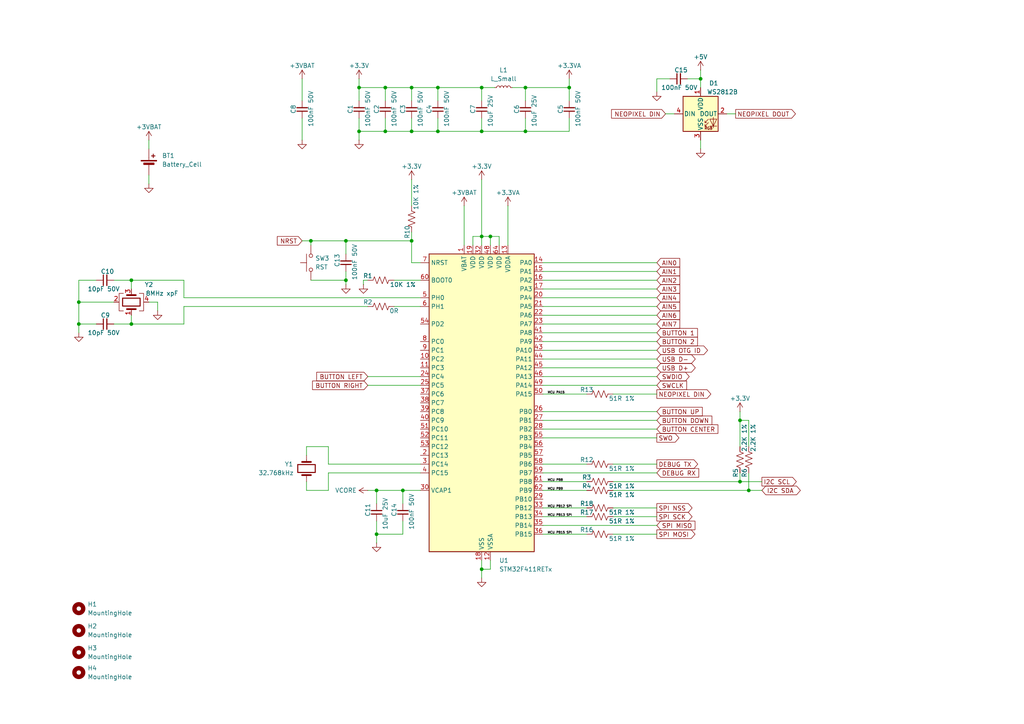
<source format=kicad_sch>
(kicad_sch (version 20231120) (generator "eeschema") (generator_version "8.0")
  (paper "A4")
  (title_block (title "STM32 EXPLORER BOARD") (date "2024-04-26") (rev "00") (company "Mechatronix Lab") (comment 1 "Eng. André A. M. Araújo"))
  (junction (at 111.76 25.4))
  (junction (at 214.63 139.7))
  (junction (at 127 38.1))
  (junction (at 119.38 38.1))
  (junction (at 119.38 69.85))
  (junction (at 349.25 104.14))
  (junction (at 22.86 93.98))
  (junction (at 203.2 22.86))
  (junction (at 100.33 69.85))
  (junction (at 100.33 81.28))
  (junction (at 139.7 165.1))
  (junction (at 22.86 295.91))
  (junction (at 139.7 68.58))
  (junction (at 152.4 25.4))
  (junction (at 104.14 38.1))
  (junction (at 90.17 69.85))
  (junction (at 139.7 25.4))
  (junction (at 152.4 38.1))
  (junction (at 138.43 233.68))
  (junction (at 111.76 38.1))
  (junction (at 391.16 71.12))
  (junction (at 391.16 73.66))
  (junction (at 119.38 25.4))
  (junction (at 355.6 72.39))
  (junction (at 38.1 81.28))
  (junction (at 109.22 154.94))
  (junction (at 381 50.8))
  (junction (at 214.63 121.92))
  (junction (at 165.1 25.4))
  (junction (at 109.22 142.24))
  (junction (at 142.24 68.58))
  (junction (at 33.02 285.75))
  (junction (at 372.11 111.76))
  (junction (at 161.29 233.68))
  (junction (at 127 25.4))
  (junction (at 22.86 87.63))
  (junction (at 217.17 142.24))
  (junction (at 139.7 38.1))
  (junction (at 38.1 93.98))
  (junction (at 359.41 111.76))
  (junction (at 104.14 25.4))
  (junction (at 359.41 104.14))
  (junction (at 116.84 142.24))
  (wire (pts (xy 391.16 68.58) (xy 391.16 71.12)))
  (wire (pts (xy 359.41 101.6) (xy 359.41 104.14)))
  (wire (pts (xy 139.7 68.58) (xy 139.7 71.12)))
  (wire (pts (xy 314.96 292.1) (xy 314.96 243.84)))
  (wire (pts (xy 104.14 34.29) (xy 104.14 38.1)))
  (wire (pts (xy 139.7 165.1) (xy 142.24 165.1)))
  (wire (pts (xy 138.43 233.68) (xy 140.97 233.68)))
  (wire (pts (xy 177.8 154.94) (xy 190.5 154.94)))
  (wire (pts (xy 321.31 130.81) (xy 361.95 130.81)))
  (wire (pts (xy 217.17 142.24) (xy 220.98 142.24)))
  (wire (pts (xy 199.39 22.86) (xy 203.2 22.86)))
  (wire (pts (xy 95.25 137.16) (xy 121.92 137.16)))
  (wire (pts (xy 109.22 142.24) (xy 116.84 142.24)))
  (wire (pts (xy -2.54 250.19) (xy -16.51 250.19)))
  (wire (pts (xy 139.7 68.58) (xy 142.24 68.58)))
  (wire (pts (xy 116.84 142.24) (xy 121.92 142.24)))
  (wire (pts (xy 190.5 86.36) (xy 157.48 86.36)))
  (wire (pts (xy 45.72 87.63) (xy 45.72 90.17)))
  (wire (pts (xy 349.25 104.14) (xy 359.41 104.14)))
  (wire (pts (xy 105.41 82.55) (xy 105.41 81.28)))
  (wire (pts (xy -2.54 247.65) (xy -16.51 247.65)))
  (wire (pts (xy 88.9 139.7) (xy 88.9 142.24)))
  (wire (pts (xy 138.43 231.14) (xy 138.43 233.68)))
  (wire (pts (xy 370.84 55.88) (xy 383.54 55.88)))
  (wire (pts (xy 161.29 246.38) (xy 161.29 248.92)))
  (wire (pts (xy -2.54 255.27) (xy -16.51 255.27)))
  (wire (pts (xy 139.7 34.29) (xy 139.7 38.1)))
  (wire (pts (xy 353.06 85.09) (xy 365.76 85.09)))
  (wire (pts (xy 116.84 151.13) (xy 116.84 154.94)))
  (wire (pts (xy 293.37 259.08) (xy 317.5 259.08)))
  (wire (pts (xy 142.24 162.56) (xy 142.24 165.1)))
  (wire (pts (xy 190.5 88.9) (xy 157.48 88.9)))
  (wire (pts (xy 393.7 68.58) (xy 391.16 68.58)))
  (wire (pts (xy -13.97 237.49) (xy -13.97 285.75)))
  (wire (pts (xy 383.54 85.09) (xy 383.54 73.66)))
  (wire (pts (xy 38.1 93.98) (xy 53.34 93.98)))
  (wire (pts (xy 157.48 139.7) (xy 170.18 139.7)))
  (wire (pts (xy 355.6 50.8) (xy 355.6 72.39)))
  (wire (pts (xy 383.54 71.12) (xy 391.16 71.12)))
  (wire (pts (xy 190.5 91.44) (xy 157.48 91.44)))
  (wire (pts (xy 38.1 93.98) (xy 38.1 91.44)))
  (wire (pts (xy 152.4 38.1) (xy 165.1 38.1)))
  (wire (pts (xy 22.86 93.98) (xy 22.86 96.52)))
  (wire (pts (xy 119.38 52.07) (xy 119.38 59.69)))
  (wire (pts (xy 109.22 142.24) (xy 109.22 146.05)))
  (wire (pts (xy 307.34 254) (xy 317.5 254)))
  (wire (pts (xy 361.95 143.51) (xy 346.71 143.51)))
  (wire (pts (xy 321.31 128.27) (xy 361.95 128.27)))
  (wire (pts (xy 165.1 25.4) (xy 165.1 29.21)))
  (wire (pts (xy 22.86 93.98) (xy 27.94 93.98)))
  (wire (pts (xy 104.14 25.4) (xy 111.76 25.4)))
  (wire (pts (xy 365.76 50.8) (xy 355.6 50.8)))
  (wire (pts (xy 22.86 295.91) (xy 33.02 295.91)))
  (wire (pts (xy 114.3 81.28) (xy 121.92 81.28)))
  (wire (pts (xy 119.38 38.1) (xy 127 38.1)))
  (wire (pts (xy 127 34.29) (xy 127 38.1)))
  (wire (pts (xy 203.2 22.86) (xy 203.2 25.4)))
  (wire (pts (xy 393.7 55.88) (xy 391.16 55.88)))
  (wire (pts (xy 116.84 142.24) (xy 116.84 146.05)))
  (wire (pts (xy 349.25 115.57) (xy 349.25 104.14)))
  (wire (pts (xy 314.96 238.76) (xy 314.96 241.3)))
  (wire (pts (xy 127 38.1) (xy 139.7 38.1)))
  (wire (pts (xy 381 50.8) (xy 381 72.39)))
  (wire (pts (xy 391.16 53.34) (xy 391.16 55.88)))
  (wire (pts (xy 177.8 147.32) (xy 190.5 147.32)))
  (wire (pts (xy 138.43 233.68) (xy 138.43 236.22)))
  (wire (pts (xy 368.3 111.76) (xy 372.11 111.76)))
  (wire (pts (xy 307.34 246.38) (xy 317.5 246.38)))
  (wire (pts (xy 214.63 139.7) (xy 220.98 139.7)))
  (wire (pts (xy 372.11 104.14) (xy 372.11 111.76)))
  (wire (pts (xy 346.71 104.14) (xy 349.25 104.14)))
  (wire (pts (xy 114.3 88.9) (xy 121.92 88.9)))
  (wire (pts (xy 391.16 71.12) (xy 393.7 71.12)))
  (wire (pts (xy 53.34 86.36) (xy 121.92 86.36)))
  (wire (pts (xy 372.11 111.76) (xy 372.11 114.3)))
  (wire (pts (xy 33.02 93.98) (xy 38.1 93.98)))
  (wire (pts (xy 87.63 22.86) (xy 87.63 29.21)))
  (wire (pts (xy 157.48 104.14) (xy 190.5 104.14)))
  (wire (pts (xy 354.33 212.09) (xy 354.33 214.63)))
  (wire (pts (xy 106.68 109.22) (xy 121.92 109.22)))
  (wire (pts (xy 359.41 138.43) (xy 359.41 149.86)))
  (wire (pts (xy 152.4 29.21) (xy 152.4 25.4)))
  (wire (pts (xy 214.63 121.92) (xy 217.17 121.92)))
  (wire (pts (xy 111.76 34.29) (xy 111.76 38.1)))
  (wire (pts (xy 210.82 33.02) (xy 213.36 33.02)))
  (wire (pts (xy 157.48 99.06) (xy 190.5 99.06)))
  (wire (pts (xy 144.78 71.12) (xy 144.78 68.58)))
  (wire (pts (xy 106.68 111.76) (xy 121.92 111.76)))
  (wire (pts (xy 119.38 69.85) (xy 119.38 76.2)))
  (wire (pts (xy 121.92 76.2) (xy 119.38 76.2)))
  (wire (pts (xy 34.29 -31.75) (xy 34.29 -34.29)))
  (wire (pts (xy 127 29.21) (xy 127 25.4)))
  (wire (pts (xy 383.54 73.66) (xy 391.16 73.66)))
  (wire (pts (xy 152.4 34.29) (xy 152.4 38.1)))
  (wire (pts (xy 63.5 246.38) (xy 73.66 246.38)))
  (wire (pts (xy 22.86 295.91) (xy 22.86 298.45)))
  (wire (pts (xy 190.5 22.86) (xy 194.31 22.86)))
  (wire (pts (xy -16.51 237.49) (xy -13.97 237.49)))
  (wire (pts (xy 368.3 104.14) (xy 372.11 104.14)))
  (wire (pts (xy 22.86 293.37) (xy 22.86 295.91)))
  (wire (pts (xy 214.63 137.16) (xy 214.63 139.7)))
  (wire (pts (xy 345.44 213.36) (xy 345.44 212.09)))
  (wire (pts (xy 90.17 81.28) (xy 100.33 81.28)))
  (wire (pts (xy 317.5 241.3) (xy 314.96 241.3)))
  (wire (pts (xy 139.7 38.1) (xy 152.4 38.1)))
  (wire (pts (xy 148.59 25.4) (xy 152.4 25.4)))
  (wire (pts (xy 370.84 62.23) (xy 370.84 55.88)))
  (wire (pts (xy 43.18 50.8) (xy 43.18 53.34)))
  (wire (pts (xy 370.84 82.55) (xy 370.84 85.09)))
  (wire (pts (xy 346.71 123.19) (xy 346.71 143.51)))
  (wire (pts (xy 119.38 34.29) (xy 119.38 38.1)))
  (wire (pts (xy 346.71 69.85) (xy 353.06 69.85)))
  (wire (pts (xy 157.48 137.16) (xy 190.5 137.16)))
  (wire (pts (xy 157.48 147.32) (xy 170.18 147.32)))
  (wire (pts (xy 53.34 254) (xy 53.34 256.54)))
  (wire (pts (xy 157.48 134.62) (xy 170.18 134.62)))
  (wire (pts (xy 217.17 129.54) (xy 217.17 121.92)))
  (wire (pts (xy 381 72.39) (xy 378.46 72.39)))
  (wire (pts (xy 193.04 33.02) (xy 195.58 33.02)))
  (wire (pts (xy 359.41 209.55) (xy 359.41 214.63)))
  (wire (pts (xy 359.41 104.14) (xy 359.41 111.76)))
  (wire (pts (xy 214.63 121.92) (xy 214.63 129.54)))
  (wire (pts (xy 293.37 254) (xy 299.72 254)))
  (wire (pts (xy 111.76 25.4) (xy 119.38 25.4)))
  (wire (pts (xy 328.93 69.85) (xy 336.55 69.85)))
  (wire (pts (xy 157.48 142.24) (xy 170.18 142.24)))
  (wire (pts (xy 104.14 38.1) (xy 104.14 40.64)))
  (wire (pts (xy 361.95 212.09) (xy 361.95 214.63)))
  (wire (pts (xy 95.25 142.24) (xy 95.25 137.16)))
  (wire (pts (xy 27.94 81.28) (xy 22.86 81.28)))
  (wire (pts (xy 119.38 25.4) (xy 127 25.4)))
  (wire (pts (xy 293.37 251.46) (xy 299.72 251.46)))
  (wire (pts (xy 217.17 137.16) (xy 217.17 142.24)))
  (wire (pts (xy 111.76 25.4) (xy 111.76 29.21)))
  (wire (pts (xy 100.33 78.74) (xy 100.33 81.28)))
  (wire (pts (xy 147.32 59.69) (xy 147.32 71.12)))
  (wire (pts (xy 353.06 55.88) (xy 365.76 55.88)))
  (wire (pts (xy 359.41 104.14) (xy 363.22 104.14)))
  (wire (pts (xy 161.29 231.14) (xy 161.29 233.68)))
  (wire (pts (xy 139.7 68.58) (xy 137.16 68.58)))
  (wire (pts (xy 190.5 119.38) (xy 157.48 119.38)))
  (wire (pts (xy 134.62 59.69) (xy 134.62 71.12)))
  (wire (pts (xy 190.5 121.92) (xy 157.48 121.92)))
  (wire (pts (xy 38.1 81.28) (xy 38.1 83.82)))
  (wire (pts (xy 138.43 246.38) (xy 138.43 248.92)))
  (wire (pts (xy 157.48 101.6) (xy 190.5 101.6)))
  (wire (pts (xy 190.5 26.67) (xy 190.5 22.86)))
  (wire (pts (xy 393.7 76.2) (xy 391.16 76.2)))
  (wire (pts (xy 22.86 81.28) (xy 22.86 87.63)))
  (wire (pts (xy 331.47 140.97) (xy 361.95 140.97)))
  (wire (pts (xy 157.48 111.76) (xy 190.5 111.76)))
  (wire (pts (xy 177.8 134.62) (xy 190.5 134.62)))
  (wire (pts (xy 365.76 82.55) (xy 365.76 85.09)))
  (wire (pts (xy 165.1 34.29) (xy 165.1 38.1)))
  (wire (pts (xy 43.18 87.63) (xy 45.72 87.63)))
  (wire (pts (xy 139.7 162.56) (xy 139.7 165.1)))
  (wire (pts (xy 384.81 209.55) (xy 359.41 209.55)))
  (wire (pts (xy 177.8 114.3) (xy 190.5 114.3)))
  (wire (pts (xy 100.33 81.28) (xy 100.33 82.55)))
  (wire (pts (xy 104.14 38.1) (xy 111.76 38.1)))
  (wire (pts (xy 157.48 149.86) (xy 170.18 149.86)))
  (wire (pts (xy 314.96 243.84) (xy 317.5 243.84)))
  (wire (pts (xy 157.48 127) (xy 190.5 127)))
  (wire (pts (xy 31.75 -26.67) (xy 34.29 -26.67)))
  (wire (pts (xy 321.31 140.97) (xy 323.85 140.97)))
  (wire (pts (xy 100.33 69.85) (xy 119.38 69.85)))
  (wire (pts (xy 370.84 50.8) (xy 381 50.8)))
  (wire (pts (xy 190.5 78.74) (xy 157.48 78.74)))
  (wire (pts (xy 90.17 69.85) (xy 100.33 69.85)))
  (wire (pts (xy 328.93 74.93) (xy 336.55 74.93)))
  (wire (pts (xy 157.48 154.94) (xy 170.18 154.94)))
  (wire (pts (xy 391.16 73.66) (xy 393.7 73.66)))
  (wire (pts (xy 349.25 123.19) (xy 349.25 125.73)))
  (wire (pts (xy 353.06 69.85) (xy 353.06 55.88)))
  (wire (pts (xy 190.5 124.46) (xy 157.48 124.46)))
  (wire (pts (xy 88.9 129.54) (xy 88.9 132.08)))
  (wire (pts (xy -2.54 257.81) (xy -16.51 257.81)))
  (wire (pts (xy 157.48 152.4) (xy 190.5 152.4)))
  (wire (pts (xy 370.84 85.09) (xy 383.54 85.09)))
  (wire (pts (xy 109.22 154.94) (xy 116.84 154.94)))
  (wire (pts (xy 33.02 283.21) (xy 33.02 285.75)))
  (wire (pts (xy 177.8 142.24) (xy 217.17 142.24)))
  (wire (pts (xy 161.29 215.9) (xy 161.29 223.52)))
  (wire (pts (xy 53.34 81.28) (xy 53.34 86.36)))
  (wire (pts (xy 33.02 285.75) (xy 33.02 288.29)))
  (wire (pts (xy 119.38 67.31) (xy 119.38 69.85)))
  (wire (pts (xy 105.41 81.28) (xy 106.68 81.28)))
  (wire (pts (xy 22.86 87.63) (xy 33.02 87.63)))
  (wire (pts (xy 190.5 81.28) (xy 157.48 81.28)))
  (wire (pts (xy 142.24 71.12) (xy 142.24 68.58)))
  (wire (pts (xy 33.02 293.37) (xy 33.02 295.91)))
  (wire (pts (xy 104.14 25.4) (xy 104.14 29.21)))
  (wire (pts (xy 31.75 -31.75) (xy 34.29 -31.75)))
  (wire (pts (xy 119.38 25.4) (xy 119.38 29.21)))
  (wire (pts (xy 293.37 264.16) (xy 317.5 264.16)))
  (wire (pts (xy 137.16 68.58) (xy 137.16 71.12)))
  (wire (pts (xy 408.94 93.98) (xy 408.94 96.52)))
  (wire (pts (xy 177.8 149.86) (xy 190.5 149.86)))
  (wire (pts (xy 307.34 251.46) (xy 317.5 251.46)))
  (wire (pts (xy 139.7 52.07) (xy 139.7 68.58)))
  (wire (pts (xy 161.29 233.68) (xy 163.83 233.68)))
  (wire (pts (xy 30.48 285.75) (xy 33.02 285.75)))
  (wire (pts (xy 346.71 115.57) (xy 346.71 104.14)))
  (wire (pts (xy 359.41 111.76) (xy 359.41 133.35)))
  (wire (pts (xy 391.16 73.66) (xy 391.16 76.2)))
  (wire (pts (xy 22.86 87.63) (xy 22.86 93.98)))
  (wire (pts (xy 138.43 215.9) (xy 138.43 223.52)))
  (wire (pts (xy 293.37 256.54) (xy 317.5 256.54)))
  (wire (pts (xy 63.5 243.84) (xy 73.66 243.84)))
  (wire (pts (xy 157.48 109.22) (xy 190.5 109.22)))
  (wire (pts (xy 139.7 25.4) (xy 143.51 25.4)))
  (wire (pts (xy 190.5 93.98) (xy 157.48 93.98)))
  (wire (pts (xy 142.24 68.58) (xy 144.78 68.58)))
  (wire (pts (xy 349.25 125.73) (xy 361.95 125.73)))
  (wire (pts (xy 293.37 261.62) (xy 317.5 261.62)))
  (wire (pts (xy 307.34 248.92) (xy 317.5 248.92)))
  (wire (pts (xy 109.22 154.94) (xy 109.22 157.48)))
  (wire (pts (xy 88.9 129.54) (xy 95.25 129.54)))
  (wire (pts (xy 346.71 74.93) (xy 353.06 74.93)))
  (wire (pts (xy 381 46.99) (xy 381 50.8)))
  (wire (pts (xy 165.1 25.4) (xy 165.1 22.86)))
  (wire (pts (xy -2.54 252.73) (xy -16.51 252.73)))
  (wire (pts (xy 361.95 133.35) (xy 359.41 133.35)))
  (wire (pts (xy 95.25 134.62) (xy 121.92 134.62)))
  (wire (pts (xy 365.76 55.88) (xy 365.76 62.23)))
  (wire (pts (xy 356.87 207.01) (xy 356.87 214.63)))
  (wire (pts (xy 157.48 106.68) (xy 190.5 106.68)))
  (wire (pts (xy -2.54 242.57) (xy -16.51 242.57)))
  (wire (pts (xy 53.34 88.9) (xy 106.68 88.9)))
  (wire (pts (xy 203.2 40.64) (xy 203.2 43.18)))
  (wire (pts (xy 355.6 80.01) (xy 355.6 72.39)))
  (wire (pts (xy 43.18 40.64) (xy 43.18 43.18)))
  (wire (pts (xy 109.22 151.13) (xy 109.22 154.94)))
  (wire (pts (xy 53.34 228.6) (xy 53.34 231.14)))
  (wire (pts (xy 293.37 248.92) (xy 299.72 248.92)))
  (wire (pts (xy 127 25.4) (xy 139.7 25.4)))
  (wire (pts (xy 34.29 -26.67) (xy 34.29 -24.13)))
  (wire (pts (xy 100.33 69.85) (xy 100.33 73.66)))
  (wire (pts (xy 152.4 25.4) (xy 165.1 25.4)))
  (wire (pts (xy 355.6 72.39) (xy 358.14 72.39)))
  (wire (pts (xy 321.31 135.89) (xy 361.95 135.89)))
  (wire (pts (xy 384.81 212.09) (xy 361.95 212.09)))
  (wire (pts (xy 361.95 138.43) (xy 359.41 138.43)))
  (wire (pts (xy 95.25 129.54) (xy 95.25 134.62)))
  (wire (pts (xy 111.76 38.1) (xy 119.38 38.1)))
  (wire (pts (xy 87.63 69.85) (xy 90.17 69.85)))
  (wire (pts (xy 177.8 139.7) (xy 214.63 139.7)))
  (wire (pts (xy 190.5 76.2) (xy 157.48 76.2)))
  (wire (pts (xy 161.29 233.68) (xy 161.29 236.22)))
  (wire (pts (xy -2.54 240.03) (xy -16.51 240.03)))
  (wire (pts (xy 190.5 83.82) (xy 157.48 83.82)))
  (wire (pts (xy 90.17 69.85) (xy 90.17 71.12)))
  (wire (pts (xy 139.7 165.1) (xy 139.7 167.64)))
  (wire (pts (xy 157.48 114.3) (xy 170.18 114.3)))
  (wire (pts (xy 383.54 55.88) (xy 383.54 71.12)))
  (wire (pts (xy 33.02 81.28) (xy 38.1 81.28)))
  (wire (pts (xy 359.41 111.76) (xy 363.22 111.76)))
  (wire (pts (xy 87.63 34.29) (xy 87.63 40.64)))
  (wire (pts (xy 106.68 142.24) (xy 109.22 142.24)))
  (wire (pts (xy 139.7 29.21) (xy 139.7 25.4)))
  (wire (pts (xy 38.1 81.28) (xy 53.34 81.28)))
  (wire (pts (xy 293.37 246.38) (xy 299.72 246.38)))
  (wire (pts (xy 203.2 20.32) (xy 203.2 22.86)))
  (wire (pts (xy 345.44 212.09) (xy 354.33 212.09)))
  (wire (pts (xy 157.48 96.52) (xy 190.5 96.52)))
  (wire (pts (xy 88.9 142.24) (xy 95.25 142.24)))
  (wire (pts (xy 53.34 88.9) (xy 53.34 93.98)))
  (wire (pts (xy 353.06 74.93) (xy 353.06 85.09)))
  (wire (pts (xy 104.14 22.86) (xy 104.14 25.4)))
  (wire (pts (xy -2.54 245.11) (xy -16.51 245.11)))
  (wire (pts (xy 214.63 119.38) (xy 214.63 121.92)))
  (text "BUCK-BOOST TI TPS63070 https://www.ti.com/lit/ds/symlink/tps63070.pdf?ts=1715008161102\n4-WAY SWITCH https://jlcpcb.com/partdetail/ShouHan-7_7_5_6P_LWX/C2858287" (at 129.54 -8.89 0) (effects (font (size 1.27 1.27))))
  (label "MCU PB15 SPI" (at 158.75 154.94 0) (effects (font (size 0.635 0.635))))
  (label "SD DAT2 SPI" (at 351.79 125.73 0) (effects (font (size 0.635 0.635))))
  (label "SD DAT0 SPI" (at 351.79 140.97 0) (effects (font (size 0.635 0.635))))
  (label "SD DAT1 SPI" (at 351.79 143.51 0) (effects (font (size 0.635 0.635))))
  (label "MCU PB9" (at 158.75 142.24 0) (effects (font (size 0.635 0.635))))
  (label "MCU PB13 SPI" (at 158.75 149.86 0) (effects (font (size 0.635 0.635))))
  (label "MCU PA15" (at 158.75 114.3 0) (effects (font (size 0.635 0.635))))
  (label "MCU PB8" (at 158.75 139.7 0) (effects (font (size 0.635 0.635))))
  (label "MCU PB12 SPI" (at 158.75 147.32 0) (effects (font (size 0.635 0.635))))
  (global_label "NEOPIXEL DOUT" (shape input) (at 245.11 -15.24 180) (property "Intersheetrefs" "${INTERSHEET_REFS}" (effects (hide yes))))
  (global_label "SPI SCK" (shape output) (at 190.5 149.86 0) (property "Intersheetrefs" "${INTERSHEET_REFS}" (effects (hide yes))))
  (global_label "NEOPIXEL DOUT" (shape output) (at 213.36 33.02 0) (property "Intersheetrefs" "${INTERSHEET_REFS}" (effects (hide yes))))
  (global_label "DEBUG RX" (shape output) (at 293.37 259.08 180) (property "Intersheetrefs" "${INTERSHEET_REFS}" (effects (hide yes))))
  (global_label "DEBUG TX" (shape output) (at 190.5 134.62 0) (property "Intersheetrefs" "${INTERSHEET_REFS}" (effects (hide yes))))
  (global_label "SWO" (shape input) (at 293.37 251.46 180) (property "Intersheetrefs" "${INTERSHEET_REFS}" (effects (hide yes))))
  (global_label "AIN1" (shape input) (at 190.5 78.74 0) (property "Intersheetrefs" "${INTERSHEET_REFS}" (effects (hide yes))))
  (global_label "I2C SDA" (shape bidirectional) (at 293.37 261.62 180) (property "Intersheetrefs" "${INTERSHEET_REFS}" (effects (hide yes))))
  (global_label "AIN3" (shape input) (at 190.5 83.82 0) (property "Intersheetrefs" "${INTERSHEET_REFS}" (effects (hide yes))))
  (global_label "NEOPIXEL DIN" (shape output) (at 190.5 114.3 0) (property "Intersheetrefs" "${INTERSHEET_REFS}" (effects (hide yes))))
  (global_label "BUTTON DOWN" (shape input) (at 190.5 121.92 0) (property "Intersheetrefs" "${INTERSHEET_REFS}" (effects (hide yes))))
  (global_label "SPI MISO" (shape input) (at 190.5 152.4 0) (property "Intersheetrefs" "${INTERSHEET_REFS}" (effects (hide yes))))
  (global_label "BUTTON LEFT" (shape input) (at 106.68 109.22 180) (property "Intersheetrefs" "${INTERSHEET_REFS}" (effects (hide yes))))
  (global_label "USB D+" (shape bidirectional) (at 328.93 74.93 180) (property "Intersheetrefs" "${INTERSHEET_REFS}" (effects (hide yes))))
  (global_label "BUTTON 1" (shape output) (at 140.97 233.68 0) (property "Intersheetrefs" "${INTERSHEET_REFS}" (effects (hide yes))))
  (global_label "BUTTON DOWN" (shape output) (at 38.1 340.36 0) (property "Intersheetrefs" "${INTERSHEET_REFS}" (effects (hide yes))))
  (global_label "BUTTON 1" (shape input) (at 190.5 96.52 0) (property "Intersheetrefs" "${INTERSHEET_REFS}" (effects (hide yes))))
  (global_label "AIN6" (shape input) (at 190.5 91.44 0) (property "Intersheetrefs" "${INTERSHEET_REFS}" (effects (hide yes))))
  (global_label "NRST" (shape output) (at 293.37 254 180) (property "Intersheetrefs" "${INTERSHEET_REFS}" (effects (hide yes))))
  (global_label "SWDIO" (shape bidirectional) (at 293.37 246.38 180) (property "Intersheetrefs" "${INTERSHEET_REFS}" (effects (hide yes))))
  (global_label "AIN7" (shape output) (at -2.54 257.81 0) (property "Intersheetrefs" "${INTERSHEET_REFS}" (effects (hide yes))))
  (global_label "BUTTON CENTER" (shape input) (at 190.5 124.46 0) (property "Intersheetrefs" "${INTERSHEET_REFS}" (effects (hide yes))))
  (global_label "BUTTON 2" (shape input) (at 190.5 99.06 0) (property "Intersheetrefs" "${INTERSHEET_REFS}" (effects (hide yes))))
  (global_label "I2C SCL" (shape input) (at 384.81 209.55 0) (property "Intersheetrefs" "${INTERSHEET_REFS}" (effects (hide yes))))
  (global_label "AIN4" (shape output) (at -2.54 250.19 0) (property "Intersheetrefs" "${INTERSHEET_REFS}" (effects (hide yes))))
  (global_label "SPI SCK" (shape input) (at 321.31 135.89 180) (property "Intersheetrefs" "${INTERSHEET_REFS}" (effects (hide yes))))
  (global_label "BUTTON RIGHT" (shape input) (at 106.68 111.76 180) (property "Intersheetrefs" "${INTERSHEET_REFS}" (effects (hide yes))))
  (global_label "NRST" (shape input) (at 87.63 69.85 180) (property "Intersheetrefs" "${INTERSHEET_REFS}" (effects (hide yes))))
  (global_label "AIN2" (shape input) (at 190.5 81.28 0) (property "Intersheetrefs" "${INTERSHEET_REFS}" (effects (hide yes))))
  (global_label "SPI NSS" (shape input) (at 321.31 128.27 180) (property "Intersheetrefs" "${INTERSHEET_REFS}" (effects (hide yes))))
  (global_label "USB D-" (shape bidirectional) (at 328.93 69.85 180) (property "Intersheetrefs" "${INTERSHEET_REFS}" (effects (hide yes))))
  (global_label "I2C SDA" (shape bidirectional) (at 73.66 246.38 0) (property "Intersheetrefs" "${INTERSHEET_REFS}" (effects (hide yes))))
  (global_label "SPI MOSI" (shape input) (at 321.31 130.81 180) (property "Intersheetrefs" "${INTERSHEET_REFS}" (effects (hide yes))))
  (global_label "BUTTON UP" (shape output) (at 38.1 337.82 0) (property "Intersheetrefs" "${INTERSHEET_REFS}" (effects (hide yes))))
  (global_label "BUTTON 2" (shape output) (at 163.83 233.68 0) (property "Intersheetrefs" "${INTERSHEET_REFS}" (effects (hide yes))))
  (global_label "AIN7" (shape input) (at 190.5 93.98 0) (property "Intersheetrefs" "${INTERSHEET_REFS}" (effects (hide yes))))
  (global_label "AIN5" (shape input) (at 190.5 88.9 0) (property "Intersheetrefs" "${INTERSHEET_REFS}" (effects (hide yes))))
  (global_label "AIN2" (shape output) (at -2.54 245.11 0) (property "Intersheetrefs" "${INTERSHEET_REFS}" (effects (hide yes))))
  (global_label "SWO" (shape output) (at 190.5 127 0) (property "Intersheetrefs" "${INTERSHEET_REFS}" (effects (hide yes))))
  (global_label "SWCLK" (shape output) (at 293.37 248.92 180) (property "Intersheetrefs" "${INTERSHEET_REFS}" (effects (hide yes))))
  (global_label "I2C SDA" (shape bidirectional) (at 220.98 142.24 0) (property "Intersheetrefs" "${INTERSHEET_REFS}" (effects (hide yes))))
  (global_label "AIN0" (shape output) (at -2.54 240.03 0) (property "Intersheetrefs" "${INTERSHEET_REFS}" (effects (hide yes))))
  (global_label "AIN4" (shape input) (at 190.5 86.36 0) (property "Intersheetrefs" "${INTERSHEET_REFS}" (effects (hide yes))))
  (global_label "SWCLK" (shape input) (at 190.5 111.76 0) (property "Intersheetrefs" "${INTERSHEET_REFS}" (effects (hide yes))))
  (global_label "SPI NSS" (shape output) (at 190.5 147.32 0) (property "Intersheetrefs" "${INTERSHEET_REFS}" (effects (hide yes))))
  (global_label "AIN0" (shape input) (at 190.5 76.2 0) (property "Intersheetrefs" "${INTERSHEET_REFS}" (effects (hide yes))))
  (global_label "DEBUG RX" (shape input) (at 190.5 137.16 0) (property "Intersheetrefs" "${INTERSHEET_REFS}" (effects (hide yes))))
  (global_label "I2C SCL" (shape output) (at 220.98 139.7 0) (property "Intersheetrefs" "${INTERSHEET_REFS}" (effects (hide yes))))
  (global_label "USB OTG ID" (shape bidirectional) (at 190.5 101.6 0) (property "Intersheetrefs" "${INTERSHEET_REFS}" (effects (hide yes))))
  (global_label "AIN1" (shape output) (at -2.54 242.57 0) (property "Intersheetrefs" "${INTERSHEET_REFS}" (effects (hide yes))))
  (global_label "SWDIO" (shape bidirectional) (at 190.5 109.22 0) (property "Intersheetrefs" "${INTERSHEET_REFS}" (effects (hide yes))))
  (global_label "SPI MOSI" (shape output) (at 190.5 154.94 0) (property "Intersheetrefs" "${INTERSHEET_REFS}" (effects (hide yes))))
  (global_label "DEBUG TX" (shape input) (at 293.37 256.54 180) (property "Intersheetrefs" "${INTERSHEET_REFS}" (effects (hide yes))))
  (global_label "USB D-" (shape bidirectional) (at 190.5 104.14 0) (property "Intersheetrefs" "${INTERSHEET_REFS}" (effects (hide yes))))
  (global_label "BUTTON RIGHT" (shape output) (at 38.1 345.44 0) (property "Intersheetrefs" "${INTERSHEET_REFS}" (effects (hide yes))))
  (global_label "NEOPIXEL DIN" (shape input) (at 193.04 33.02 180) (property "Intersheetrefs" "${INTERSHEET_REFS}" (effects (hide yes))))
  (global_label "BUTTON LEFT" (shape output) (at 38.1 342.9 0) (property "Intersheetrefs" "${INTERSHEET_REFS}" (effects (hide yes))))
  (global_label "I2C SCL" (shape input) (at 73.66 243.84 0) (property "Intersheetrefs" "${INTERSHEET_REFS}" (effects (hide yes))))
  (global_label "I2C SCL" (shape input) (at 293.37 264.16 180) (property "Intersheetrefs" "${INTERSHEET_REFS}" (effects (hide yes))))
  (global_label "BUTTON UP" (shape input) (at 190.5 119.38 0) (property "Intersheetrefs" "${INTERSHEET_REFS}" (effects (hide yes))))
  (global_label "AIN5" (shape output) (at -2.54 252.73 0) (property "Intersheetrefs" "${INTERSHEET_REFS}" (effects (hide yes))))
  (global_label "I2C SDA" (shape bidirectional) (at 384.81 212.09 0) (property "Intersheetrefs" "${INTERSHEET_REFS}" (effects (hide yes))))
  (global_label "AIN6" (shape output) (at -2.54 255.27 0) (property "Intersheetrefs" "${INTERSHEET_REFS}" (effects (hide yes))))
  (global_label "AIN3" (shape output) (at -2.54 247.65 0) (property "Intersheetrefs" "${INTERSHEET_REFS}" (effects (hide yes))))
  (global_label "USB D+" (shape bidirectional) (at 190.5 106.68 0) (property "Intersheetrefs" "${INTERSHEET_REFS}" (effects (hide yes))))
  (global_label "BUTTON CENTER" (shape output) (at 38.1 347.98 0) (property "Intersheetrefs" "${INTERSHEET_REFS}" (effects (hide yes))))
  (global_label "SPI MISO" (shape output) (at 321.31 140.97 180) (property "Intersheetrefs" "${INTERSHEET_REFS}" (effects (hide yes))))
  (symbol (lib_id "Mechanical:MountingHole") (at 22.86 176.53 0) (unit 1)
    (property "Reference" "H1" (at 25.4 175.2599 0) (effects (justify left)))
    (property "Value" "MountingHole" (at 25.4 177.7999 0) (effects (justify left)))
    (property "Footprint" "MountingHole:MountingHole_3.2mm_M3" (effects (hide yes)))
    (property "Description" "Mounting Hole without connection" (effects (hide yes)))
  )
  (symbol (lib_id "power:GND") (at 359.41 149.86 0) (unit 1)
    (property "Reference" "#PWR038" (effects (hide yes)))
    (property "Value" "GND" (effects (hide yes)))
    (property "Description" "Power symbol creates a global label with name \"GND\" , ground" (effects (hide yes)))
  )
  (symbol (lib_id "power:GND") (at 87.63 40.64 0) (unit 1)
    (property "Reference" "#PWR011" (effects (hide yes)))
    (property "Value" "GND" (effects (hide yes)))
    (property "Description" "Power symbol creates a global label with name \"GND\" , ground" (effects (hide yes)))
  )
  (symbol (lib_id "Analog_ADC:ADS1115IDGS") (at 53.34 243.84 0) (unit 1)
    (property "Reference" "U2" (at 55.5341 228.6 0) (effects (justify left)))
    (property "Value" "ADS1115IDGS" (at 55.5341 231.14 0) (effects (justify left)))
    (property "Footprint" "Package_SO:TSSOP-10_3x3mm_P0.5mm" (effects (hide yes)))
    (property "Datasheet" "http://www.ti.com/lit/ds/symlink/ads1113.pdf" (effects (hide yes)))
    (property "Description" "Ultra-Small, Low-Power, I2C-Compatible, 860-SPS, 16-Bit ADCs With Internal Reference, Oscillator, and Programmable Comparator, VSSOP-10" (effects (hide yes)))
  )
  (symbol (lib_id "Device:R_US") (at 303.53 248.92 90) (unit 1)
    (property "Reference" "R8" (at 299.72 247.65 90))
    (property "Value" "51R 1%" (at 309.88 250.19 90))
    (property "Footprint" "Resistor_SMD:R_0603_1608Metric_Pad0.98x0.95mm_HandSolder" (effects (hide yes)))
    (property "Description" "Resistor, US symbol" (effects (hide yes)))
  )
  (symbol (lib_id "power:GND") (at 408.94 96.52 0) (unit 1)
    (property "Reference" "#PWR036" (effects (hide yes)))
    (property "Value" "GND" (effects (hide yes)))
    (property "Description" "Power symbol creates a global label with name \"GND\" , ground" (effects (hide yes)))
  )
  (symbol (lib_id "Device:Battery_Cell") (at 43.18 48.26 0) (unit 1)
    (property "Reference" "BT1" (at 46.99 45.1484 0) (effects (justify left)))
    (property "Value" "Battery_Cell" (at 46.99 47.6884 0) (effects (justify left)))
    (property "Footprint" "Battery:BatteryHolder_Multicomp_BC-2001_1x2032" (effects (hide yes)))
    (property "Description" "Single-cell battery" (effects (hide yes)))
  )
  (symbol (lib_id "Device:R_US") (at 214.63 133.35 180) (unit 1)
    (property "Reference" "R5" (at 213.36 137.16 90))
    (property "Value" "2.2K 1%" (at 215.9 127 90))
    (property "Footprint" "Resistor_SMD:R_0603_1608Metric_Pad0.98x0.95mm_HandSolder" (effects (hide yes)))
    (property "Description" "Resistor, US symbol" (effects (hide yes)))
  )
  (symbol (lib_id "Switch:SW_Push") (at 161.29 241.3 90) (unit 1)
    (property "Reference" "SW2" (at 162.56 240.0299 90) (effects (justify right)))
    (property "Value" "SW_Push" (at 162.56 242.5699 90) (effects (justify right)))
    (property "Footprint" "Button_Switch_SMD:SW_SPST_CK_KXT3" (effects (hide yes)))
    (property "Description" "Push button switch, generic, two pins" (effects (hide yes)))
  )
  (symbol (lib_id "Amplifier_Operational:LM324") (at 110.49 284.48 0) (unit 2)
    (property "Reference" "U3" (at 110.49 274.32 0))
    (property "Value" "LM324" (at 110.49 276.86 0))
    (property "Footprint" "Package_SO:TSSOP-14_4.4x5mm_P0.65mm" (effects (hide yes)))
    (property "Datasheet" "http://www.ti.com/lit/ds/symlink/lm2902-n.pdf" (effects (hide yes)))
    (property "Description" "Low-Power, Quad-Operational Amplifiers, DIP-14/SOIC-14/SSOP-14" (effects (hide yes)))
  )
  (symbol (lib_id "Device:R_US") (at 349.25 119.38 180) (unit 1)
    (property "Reference" "R20" (at 347.98 123.19 90))
    (property "Value" "10K 1%" (at 350.52 113.03 90))
    (property "Footprint" "Resistor_SMD:R_0603_1608Metric_Pad0.98x0.95mm_HandSolder" (effects (hide yes)))
    (property "Description" "Resistor, US symbol" (effects (hide yes)))
  )
  (symbol (lib_id "power:GND") (at 372.11 114.3 0) (unit 1)
    (property "Reference" "#PWR039" (effects (hide yes)))
    (property "Value" "GND" (effects (hide yes)))
    (property "Description" "Power symbol creates a global label with name \"GND\" , ground" (effects (hide yes)))
  )
  (symbol (lib_id "Device:C_Small") (at 165.1 31.75 180) (unit 1)
    (property "Reference" "C5" (at 162.56 33.02 90) (effects (justify right)))
    (property "Value" "100nF 50V" (at 167.64 36.83 90) (effects (justify right)))
    (property "Footprint" "Capacitor_SMD:C_0603_1608Metric_Pad1.08x0.95mm_HandSolder" (effects (hide yes)))
    (property "Description" "Unpolarized capacitor, small symbol" (effects (hide yes)))
  )
  (symbol (lib_id "power:GND") (at 43.18 53.34 0) (unit 1)
    (property "Reference" "#PWR09" (effects (hide yes)))
    (property "Value" "GND" (effects (hide yes)))
    (property "Description" "Power symbol creates a global label with name \"GND\" , ground" (effects (hide yes)))
  )
  (symbol (lib_id "Device:R_US") (at 119.38 63.5 180) (unit 1)
    (property "Reference" "R10" (at 118.11 67.31 90))
    (property "Value" "10K 1%" (at 120.65 57.15 90))
    (property "Footprint" "Resistor_SMD:R_0603_1608Metric_Pad0.98x0.95mm_HandSolder" (effects (hide yes)))
    (property "Description" "Resistor, US symbol" (effects (hide yes)))
  )
  (symbol (lib_id "Device:C_Small") (at 119.38 31.75 180) (unit 1)
    (property "Reference" "C3" (at 116.84 33.02 90) (effects (justify right)))
    (property "Value" "100nF 50V" (at 121.92 36.83 90) (effects (justify right)))
    (property "Footprint" "Capacitor_SMD:C_0603_1608Metric_Pad1.08x0.95mm_HandSolder" (effects (hide yes)))
    (property "Description" "Unpolarized capacitor, small symbol" (effects (hide yes)))
  )
  (symbol (lib_id "Device:R_US") (at 327.66 140.97 90) (unit 1)
    (property "Reference" "R19" (at 323.85 139.7 90))
    (property "Value" "51R 1%" (at 334.01 142.24 90))
    (property "Footprint" "Resistor_SMD:R_0603_1608Metric_Pad0.98x0.95mm_HandSolder" (effects (hide yes)))
    (property "Description" "Resistor, US symbol" (effects (hide yes)))
  )
  (symbol (lib_id "STM32XP:OLED_128x64") (at 358.14 224.79 0) (unit 1)
    (property "Reference" "U6" (at 369.57 223.5199 0) (effects (justify left)))
    (property "Value" "OLED 128x64 1.3\"" (at 369.57 226.0599 0) (effects (justify left)))
    (property "Footprint" "STM32XP:OLED 128x64 1.3in" (effects (hide yes)))
  )
  (symbol (lib_id "Device:R_US") (at 110.49 81.28 90) (unit 1)
    (property "Reference" "R1" (at 106.68 80.01 90))
    (property "Value" "10K 1%" (at 116.84 82.55 90))
    (property "Footprint" "Resistor_SMD:R_0603_1608Metric_Pad0.98x0.95mm_HandSolder" (effects (hide yes)))
    (property "Description" "Resistor, US symbol" (effects (hide yes)))
  )
  (symbol (lib_id "Device:C_Small") (at 152.4 31.75 180) (unit 1)
    (property "Reference" "C6" (at 149.86 33.02 90) (effects (justify right)))
    (property "Value" "10uF 25V" (at 154.94 36.83 90) (effects (justify right)))
    (property "Footprint" "Capacitor_SMD:C_0805_2012Metric_Pad1.18x1.45mm_HandSolder" (effects (hide yes)))
    (property "Description" "Unpolarized capacitor, small symbol" (effects (hide yes)))
  )
  (symbol (lib_id "Connector:Barrel_Jack_Switch") (at 24.13 -29.21 0) (unit 1)
    (property "Reference" "J5" (at 24.13 -38.1 0))
    (property "Value" "Jack-DC" (at 24.13 -35.56 0))
    (property "Footprint" "Connector_BarrelJack:BarrelJack_GCT_DCJ200-10-A_Horizontal" (effects (hide yes)))
    (property "Description" "DC Barrel Jack with an internal switch" (effects (hide yes)))
  )
  (symbol (lib_id "Device:R_US") (at 303.53 251.46 90) (unit 1)
    (property "Reference" "R9" (at 299.72 250.19 90))
    (property "Value" "51R 1%" (at 309.88 252.73 90))
    (property "Footprint" "Resistor_SMD:R_0603_1608Metric_Pad0.98x0.95mm_HandSolder" (effects (hide yes)))
    (property "Description" "Resistor, US symbol" (effects (hide yes)))
  )
  (symbol (lib_id "Device:C_Small") (at 116.84 148.59 180) (unit 1)
    (property "Reference" "C14" (at 114.3 149.86 90) (effects (justify right)))
    (property "Value" "100nF 50V" (at 119.38 153.67 90) (effects (justify right)))
    (property "Footprint" "Capacitor_SMD:C_0603_1608Metric_Pad1.08x0.95mm_HandSolder" (effects (hide yes)))
    (property "Description" "Unpolarized capacitor, small symbol" (effects (hide yes)))
  )
  (symbol (lib_id "Device:R_US") (at 217.17 133.35 180) (unit 1)
    (property "Reference" "R6" (at 215.9 137.16 90))
    (property "Value" "2.2K 1%" (at 218.44 127 90))
    (property "Footprint" "Resistor_SMD:R_0603_1608Metric_Pad0.98x0.95mm_HandSolder" (effects (hide yes)))
    (property "Description" "Resistor, US symbol" (effects (hide yes)))
  )
  (symbol (lib_id "Device:C_Small") (at 111.76 31.75 180) (unit 1)
    (property "Reference" "C2" (at 109.22 33.02 90) (effects (justify right)))
    (property "Value" "100nF 50V" (at 114.3 36.83 90) (effects (justify right)))
    (property "Footprint" "Capacitor_SMD:C_0603_1608Metric_Pad1.08x0.95mm_HandSolder" (effects (hide yes)))
    (property "Description" "Unpolarized capacitor, small symbol" (effects (hide yes)))
  )
  (symbol (lib_id "power:GND") (at 34.29 -24.13 0) (unit 1)
    (property "Reference" "#PWR042" (effects (hide yes)))
    (property "Value" "GND" (effects (hide yes)))
    (property "Description" "Power symbol creates a global label with name \"GND\" , ground" (effects (hide yes)))
  )
  (symbol (lib_id "power:VCC") (at 147.32 59.69 0) (unit 1)
    (property "Reference" "#PWR03" (effects (hide yes)))
    (property "Value" "+3.3VA" (at 147.32 55.88 0))
    (property "Description" "Power symbol creates a global label with name \"VCC\"" (effects (hide yes)))
  )
  (symbol (lib_id "Device:C_Small") (at 30.48 93.98 90) (unit 1)
    (property "Reference" "C9" (at 29.21 91.44 90) (effects (justify right)))
    (property "Value" "10pF 50V" (at 25.4 96.52 90) (effects (justify right)))
    (property "Footprint" "Capacitor_SMD:C_0603_1608Metric_Pad1.08x0.95mm_HandSolder" (effects (hide yes)))
    (property "Description" "Unpolarized capacitor, small symbol" (effects (hide yes)))
  )
  (symbol (lib_id "power:GND") (at 53.34 256.54 0) (unit 1)
    (property "Reference" "#PWR018" (effects (hide yes)))
    (property "Value" "GND" (effects (hide yes)))
    (property "Description" "Power symbol creates a global label with name \"GND\" , ground" (effects (hide yes)))
  )
  (symbol (lib_id "power:GND") (at 100.33 82.55 0) (unit 1)
    (property "Reference" "#PWR025" (effects (hide yes)))
    (property "Value" "GND" (effects (hide yes)))
    (property "Description" "Power symbol creates a global label with name \"GND\" , ground" (effects (hide yes)))
  )
  (symbol (lib_id "Device:R_US") (at 161.29 227.33 180) (unit 1)
    (property "Reference" "R15" (at 160.02 231.14 90))
    (property "Value" "10K 1%" (at 162.56 220.98 90))
    (property "Footprint" "Resistor_SMD:R_0603_1608Metric_Pad0.98x0.95mm_HandSolder" (effects (hide yes)))
    (property "Description" "Resistor, US symbol" (effects (hide yes)))
  )
  (symbol (lib_id "Device:R_US") (at 110.49 88.9 90) (unit 1)
    (property "Reference" "R2" (at 106.68 87.63 90))
    (property "Value" "0R" (at 114.3 90.17 90))
    (property "Footprint" "Resistor_SMD:R_0603_1608Metric_Pad0.98x0.95mm_HandSolder" (effects (hide yes)))
    (property "Description" "Resistor, US symbol" (effects (hide yes)))
  )
  (symbol (lib_id "power:GND") (at 345.44 213.36 0) (unit 1)
    (property "Reference" "#PWR041" (effects (hide yes)))
    (property "Value" "GND" (effects (hide yes)))
    (property "Description" "Power symbol creates a global label with name \"GND\" , ground" (effects (hide yes)))
  )
  (symbol (lib_id "Connector:Micro_SD_Card") (at 384.81 133.35 0) (unit 1)
    (property "Reference" "J2" (at 385.445 114.3 0))
    (property "Value" "Micro_SD_Card" (at 385.445 116.84 0))
    (property "Footprint" "Connector_Card:microSD_HC_Wuerth_693072010801" (effects (hide yes)))
    (property "Datasheet" "http://katalog.we-online.de/em/datasheet/693072010801.pdf" (effects (hide yes)))
    (property "Description" "Micro SD Card Socket" (effects (hide yes)))
  )
  (symbol (lib_id "power:VCC") (at 33.02 283.21 0) (unit 1)
    (property "Reference" "#PWR023" (effects (hide yes)))
    (property "Value" "+3.3V" (at 33.02 279.4 0))
    (property "Description" "Power symbol creates a global label with name \"VCC\"" (effects (hide yes)))
  )
  (symbol (lib_id "Device:C_Small") (at 365.76 104.14 270) (unit 1)
    (property "Reference" "C17" (at 367.03 106.68 90) (effects (justify right)))
    (property "Value" "10uF 25V" (at 370.84 101.6 90) (effects (justify right)))
    (property "Footprint" "Capacitor_SMD:C_0805_2012Metric_Pad1.18x1.45mm_HandSolder" (effects (hide yes)))
    (property "Description" "Unpolarized capacitor, small symbol" (effects (hide yes)))
  )
  (symbol (lib_id "Switch:SW_Push") (at 90.17 76.2 90) (unit 1)
    (property "Reference" "SW3" (at 91.44 74.9299 90) (effects (justify right)))
    (property "Value" "RST" (at 91.44 77.4699 90) (effects (justify right)))
    (property "Footprint" "Button_Switch_SMD:SW_SPST_CK_KXT3" (effects (hide yes)))
    (property "Description" "Push button switch, generic, two pins" (effects (hide yes)))
  )
  (symbol (lib_id "Device:R_US") (at 303.53 254 90) (unit 1)
    (property "Reference" "R11" (at 299.72 252.73 90))
    (property "Value" "51R 1%" (at 309.88 255.27 90))
    (property "Footprint" "Resistor_SMD:R_0603_1608Metric_Pad0.98x0.95mm_HandSolder" (effects (hide yes)))
    (property "Description" "Resistor, US symbol" (effects (hide yes)))
  )
  (symbol (lib_id "Amplifier_Operational:LM324") (at 130.81 295.91 0) (unit 3)
    (property "Reference" "U3" (at 130.81 285.75 0))
    (property "Value" "LM324" (at 130.81 288.29 0))
    (property "Footprint" "Package_SO:TSSOP-14_4.4x5mm_P0.65mm" (effects (hide yes)))
    (property "Datasheet" "http://www.ti.com/lit/ds/symlink/lm2902-n.pdf" (effects (hide yes)))
    (property "Description" "Low-Power, Quad-Operational Amplifiers, DIP-14/SOIC-14/SSOP-14" (effects (hide yes)))
  )
  (symbol (lib_id "Device:C_Small") (at 127 31.75 180) (unit 1)
    (property "Reference" "C4" (at 124.46 33.02 90) (effects (justify right)))
    (property "Value" "100nF 50V" (at 129.54 36.83 90) (effects (justify right)))
    (property "Footprint" "Capacitor_SMD:C_0603_1608Metric_Pad1.08x0.95mm_HandSolder" (effects (hide yes)))
    (property "Description" "Unpolarized capacitor, small symbol" (effects (hide yes)))
  )
  (symbol (lib_id "Connector:USB_C_Receptacle_USB2.0_16P") (at 408.94 71.12 0) (mirror y) (unit 1)
    (property "Reference" "J1" (at 408.94 52.07 0))
    (property "Value" "USB_C_Receptacle_USB2.0_16P" (at 421.64 71.12 90))
    (property "Footprint" "Connector_USB:USB_C_Receptacle_G-Switch_GT-USB-7010ASV" (effects (hide yes)))
    (property "Datasheet" "https://www.usb.org/sites/default/files/documents/usb_type-c.zip" (effects (hide yes)))
    (property "Description" "USB 2.0-only 16P Type-C Receptacle connector" (effects (hide yes)))
  )
  (symbol (lib_id "power:GND") (at 314.96 292.1 0) (unit 1)
    (property "Reference" "#PWR021" (effects (hide yes)))
    (property "Value" "GND" (effects (hide yes)))
    (property "Description" "Power symbol creates a global label with name \"GND\" , ground" (effects (hide yes)))
  )
  (symbol (lib_id "Device:R_US") (at 173.99 154.94 90) (unit 1)
    (property "Reference" "R16" (at 170.18 153.67 90))
    (property "Value" "51R 1%" (at 180.34 156.21 90))
    (property "Footprint" "Resistor_SMD:R_0603_1608Metric_Pad0.98x0.95mm_HandSolder" (effects (hide yes)))
    (property "Description" "Resistor, US symbol" (effects (hide yes)))
  )
  (symbol (lib_id "power:VCC") (at 34.29 -34.29 0) (unit 1)
    (property "Reference" "#PWR043" (effects (hide yes)))
    (property "Value" "+VEXT" (at 34.29 -38.1 0))
    (property "Description" "Power symbol creates a global label with name \"VCC\"" (effects (hide yes)))
  )
  (symbol (lib_id "Mechanical:MountingHole") (at 22.86 182.88 0) (unit 1)
    (property "Reference" "H2" (at 25.4 181.6099 0) (effects (justify left)))
    (property "Value" "MountingHole" (at 25.4 184.1499 0) (effects (justify left)))
    (property "Footprint" "MountingHole:MountingHole_3.2mm_M3" (effects (hide yes)))
    (property "Description" "Mounting Hole without connection" (effects (hide yes)))
  )
  (symbol (lib_id "power:VCC") (at 138.43 215.9 0) (unit 1)
    (property "Reference" "#PWR031" (effects (hide yes)))
    (property "Value" "+3.3V" (at 138.43 212.09 0))
    (property "Description" "Power symbol creates a global label with name \"VCC\"" (effects (hide yes)))
  )
  (symbol (lib_id "power:VCC") (at 203.2 20.32 0) (unit 1)
    (property "Reference" "#PWR026" (effects (hide yes)))
    (property "Value" "+5V" (at 203.2 16.51 0))
    (property "Description" "Power symbol creates a global label with name \"VCC\"" (effects (hide yes)))
  )
  (symbol (lib_id "Device:R_US") (at 346.71 119.38 180) (unit 1)
    (property "Reference" "R21" (at 345.44 123.19 90))
    (property "Value" "10K 1%" (at 347.98 113.03 90))
    (property "Footprint" "Resistor_SMD:R_0603_1608Metric_Pad0.98x0.95mm_HandSolder" (effects (hide yes)))
    (property "Description" "Resistor, US symbol" (effects (hide yes)))
  )
  (symbol (lib_id "power:VCC") (at 165.1 22.86 0) (unit 1)
    (property "Reference" "#PWR07" (effects (hide yes)))
    (property "Value" "+3.3VA" (at 165.1 19.05 0))
    (property "Description" "Power symbol creates a global label with name \"VCC\"" (effects (hide yes)))
  )
  (symbol (lib_id "power:GND") (at 355.6 80.01 0) (unit 1)
    (property "Reference" "#PWR033" (effects (hide yes)))
    (property "Value" "GND" (effects (hide yes)))
    (property "Description" "Power symbol creates a global label with name \"GND\" , ground" (effects (hide yes)))
  )
  (symbol (lib_id "power:GND") (at 139.7 167.64 0) (unit 1)
    (property "Reference" "#PWR01" (effects (hide yes)))
    (property "Value" "GND" (effects (hide yes)))
    (property "Description" "Power symbol creates a global label with name \"GND\" , ground" (effects (hide yes)))
  )
  (symbol (lib_id "power:VCC") (at 104.14 22.86 0) (unit 1)
    (property "Reference" "#PWR05" (effects (hide yes)))
    (property "Value" "+3.3V" (at 104.14 19.05 0))
    (property "Description" "Power symbol creates a global label with name \"VCC\"" (effects (hide yes)))
  )
  (symbol (lib_id "power:VCC") (at 214.63 119.38 0) (unit 1)
    (property "Reference" "#PWR017" (effects (hide yes)))
    (property "Value" "+3.3V" (at 214.63 115.57 0))
    (property "Description" "Power symbol creates a global label with name \"VCC\"" (effects (hide yes)))
  )
  (symbol (lib_id "Device:C_Small") (at 30.48 81.28 90) (unit 1)
    (property "Reference" "C10" (at 29.21 78.74 90) (effects (justify right)))
    (property "Value" "10pF 50V" (at 25.4 83.82 90) (effects (justify right)))
    (property "Footprint" "Capacitor_SMD:C_0603_1608Metric_Pad1.08x0.95mm_HandSolder" (effects (hide yes)))
    (property "Description" "Unpolarized capacitor, small symbol" (effects (hide yes)))
  )
  (symbol (lib_id "power:VCC") (at 119.38 52.07 0) (unit 1)
    (property "Reference" "#PWR024" (effects (hide yes)))
    (property "Value" "+3.3V" (at 119.38 48.26 0))
    (property "Description" "Power symbol creates a global label with name \"VCC\"" (effects (hide yes)))
  )
  (symbol (lib_id "Mechanical:MountingHole") (at 22.86 189.23 0) (unit 1)
    (property "Reference" "H3" (at 25.4 187.9599 0) (effects (justify left)))
    (property "Value" "MountingHole" (at 25.4 190.4999 0) (effects (justify left)))
    (property "Footprint" "MountingHole:MountingHole_3.2mm_M3" (effects (hide yes)))
    (property "Description" "Mounting Hole without connection" (effects (hide yes)))
  )
  (symbol (lib_id "power:VCC") (at 43.18 40.64 0) (unit 1)
    (property "Reference" "#PWR08" (effects (hide yes)))
    (property "Value" "+3VBAT" (at 43.18 36.83 0))
    (property "Description" "Power symbol creates a global label with name \"VCC\"" (effects (hide yes)))
  )
  (symbol (lib_id "Device:R_US") (at 303.53 246.38 90) (unit 1)
    (property "Reference" "R7" (at 299.72 245.11 90))
    (property "Value" "51R 1%" (at 309.88 247.65 90))
    (property "Footprint" "Resistor_SMD:R_0603_1608Metric_Pad0.98x0.95mm_HandSolder" (effects (hide yes)))
    (property "Description" "Resistor, US symbol" (effects (hide yes)))
  )
  (symbol (lib_id "Amplifier_Operational:LM324") (at 180.34 316.23 0) (unit 5)
    (property "Reference" "U3" (at 179.07 314.9599 0) (effects (justify left)))
    (property "Value" "LM324" (at 179.07 317.4999 0) (effects (justify left)))
    (property "Footprint" "Package_SO:TSSOP-14_4.4x5mm_P0.65mm" (effects (hide yes)))
    (property "Datasheet" "http://www.ti.com/lit/ds/symlink/lm2902-n.pdf" (effects (hide yes)))
    (property "Description" "Low-Power, Quad-Operational Amplifiers, DIP-14/SOIC-14/SSOP-14" (effects (hide yes)))
  )
  (symbol (lib_id "Connector:Conn_01x20_Socket") (at -21.59 257.81 0) (mirror y) (unit 1)
    (property "Reference" "J3" (at -24.13 257.8099 0) (effects (justify left)))
    (property "Value" "Conn_01x20_Socket" (at -24.13 260.3499 0) (effects (justify left)))
    (property "Footprint" "Connector_PinSocket_2.54mm:PinSocket_1x20_P2.54mm_Horizontal" (effects (hide yes)))
    (property "Description" "Generic connector, single row, 01x20, script generated" (effects (hide yes)))
  )
  (symbol (lib_id "Device:Crystal") (at 88.9 135.89 90) (unit 1)
    (property "Reference" "Y1" (at 82.55 134.62 90) (effects (justify right)))
    (property "Value" "32.768kHz" (at 74.93 137.16 90) (effects (justify right)))
    (property "Footprint" "Crystal:Crystal_SMD_G8-2Pin_3.2x1.5mm_HandSoldering" (effects (hide yes)))
    (property "Description" "Two pin crystal" (effects (hide yes)))
  )
  (symbol (lib_id "power:VCC") (at 87.63 22.86 0) (unit 1)
    (property "Reference" "#PWR010" (effects (hide yes)))
    (property "Value" "+3VBAT" (at 87.63 19.05 0))
    (property "Description" "Power symbol creates a global label with name \"VCC\"" (effects (hide yes)))
  )
  (symbol (lib_id "power:GND") (at 203.2 43.18 0) (unit 1)
    (property "Reference" "#PWR027" (effects (hide yes)))
    (property "Value" "GND" (effects (hide yes)))
    (property "Description" "Power symbol creates a global label with name \"GND\" , ground" (effects (hide yes)))
  )
  (symbol (lib_id "Device:R_US") (at 173.99 139.7 90) (unit 1)
    (property "Reference" "R3" (at 170.18 138.43 90))
    (property "Value" "51R 1%" (at 180.34 140.97 90))
    (property "Footprint" "Resistor_SMD:R_0603_1608Metric_Pad0.98x0.95mm_HandSolder" (effects (hide yes)))
    (property "Description" "Resistor, US symbol" (effects (hide yes)))
  )
  (symbol (lib_id "power:GND") (at 104.14 40.64 0) (unit 1)
    (property "Reference" "#PWR06" (effects (hide yes)))
    (property "Value" "GND" (effects (hide yes)))
    (property "Description" "Power symbol creates a global label with name \"GND\" , ground" (effects (hide yes)))
  )
  (symbol (lib_id "Power_Protection:USBLC6-2SC6") (at 368.3 72.39 270) (mirror x) (unit 1)
    (property "Reference" "U5" (at 374.65 63.5 90))
    (property "Value" "USBLC6-2SC6" (at 368.3 88.9 0))
    (property "Footprint" "Package_TO_SOT_SMD:SOT-23-6" (effects (hide yes)))
    (property "Datasheet" "https://www.st.com/resource/en/datasheet/usblc6-2.pdf" (effects (hide yes)))
  )
  (symbol (lib_id "Device:C_Small") (at 104.14 31.75 180) (unit 1)
    (property "Reference" "C1" (at 101.6 33.02 90) (effects (justify right)))
    (property "Value" "100nF 50V" (at 106.68 36.83 90) (effects (justify right)))
    (property "Footprint" "Capacitor_SMD:C_0603_1608Metric_Pad1.08x0.95mm_HandSolder" (effects (hide yes)))
    (property "Description" "Unpolarized capacitor, small symbol" (effects (hide yes)))
  )
  (symbol (lib_id "power:GND") (at 45.72 90.17 0) (unit 1)
    (property "Reference" "#PWR013" (effects (hide yes)))
    (property "Value" "GND" (effects (hide yes)))
    (property "Description" "Power symbol creates a global label with name \"GND\" , ground" (effects (hide yes)))
  )
  (symbol (lib_id "Device:R_US") (at 173.99 134.62 90) (unit 1)
    (property "Reference" "R12" (at 170.18 133.35 90))
    (property "Value" "51R 1%" (at 180.34 135.89 90))
    (property "Footprint" "Resistor_SMD:R_0603_1608Metric_Pad0.98x0.95mm_HandSolder" (effects (hide yes)))
    (property "Description" "Resistor, US symbol" (effects (hide yes)))
  )
  (symbol (lib_id "Device:R_US") (at 173.99 114.3 90) (unit 1)
    (property "Reference" "R13" (at 170.18 113.03 90))
    (property "Value" "51R 1%" (at 180.34 115.57 90))
    (property "Footprint" "Resistor_SMD:R_0603_1608Metric_Pad0.98x0.95mm_HandSolder" (effects (hide yes)))
    (property "Description" "Resistor, US symbol" (effects (hide yes)))
  )
  (symbol (lib_id "Device:EMI_Filter_LL_1423") (at 341.63 72.39 0) (unit 1)
    (property "Reference" "L2" (at 341.63 67.31 0))
    (property "Value" "CMF3216F-900-2P-T" (at 341.63 76.2 0))
    (property "Footprint" "Inductor_SMD:L_CommonModeChoke_TDK_ACM2520-2P" (effects (hide yes)))
  )
  (symbol (lib_id "power:GND") (at 22.86 298.45 0) (unit 1)
    (property "Reference" "#PWR022" (effects (hide yes)))
    (property "Value" "GND" (effects (hide yes)))
    (property "Description" "Power symbol creates a global label with name \"GND\" , ground" (effects (hide yes)))
  )
  (symbol (lib_id "MCU_ST_STM32F4:STM32F411RETx") (at 139.7 116.84 0) (unit 1)
    (property "Reference" "U1" (at 144.78 162.56 0) (effects (justify left)))
    (property "Value" "STM32F411RETx" (at 144.78 165.1 0) (effects (justify left)))
    (property "Footprint" "Package_QFP:LQFP-64_10x10mm_P0.5mm" (effects (hide yes)))
    (property "Datasheet" "https://www.st.com/resource/en/datasheet/stm32f411re.pdf" (effects (hide yes)))
    (property "Description" "STMicroelectronics Arm Cortex-M4 MCU, 512KB flash, 128KB RAM, 100 MHz, 1.7-3.6V, 50 GPIO, LQFP64" (effects (hide yes)))
  )
  (symbol (lib_id "power:GND") (at -13.97 285.75 0) (unit 1)
    (property "Reference" "#PWR044" (effects (hide yes)))
    (property "Value" "GND" (effects (hide yes)))
    (property "Description" "Power symbol creates a global label with name \"GND\" , ground" (effects (hide yes)))
  )
  (symbol (lib_id "Device:R_US") (at 173.99 147.32 90) (unit 1)
    (property "Reference" "R18" (at 170.18 146.05 90))
    (property "Value" "51R 1%" (at 180.34 148.59 90))
    (property "Footprint" "Resistor_SMD:R_0603_1608Metric_Pad0.98x0.95mm_HandSolder" (effects (hide yes)))
    (property "Description" "Resistor, US symbol" (effects (hide yes)))
  )
  (symbol (lib_id "power:GND") (at 105.41 82.55 0) (unit 1)
    (property "Reference" "#PWR016" (effects (hide yes)))
    (property "Value" "GND" (effects (hide yes)))
    (property "Description" "Power symbol creates a global label with name \"GND\" , ground" (effects (hide yes)))
  )
  (symbol (lib_id "power:GND") (at 161.29 248.92 0) (unit 1)
    (property "Reference" "#PWR030" (effects (hide yes)))
    (property "Value" "GND" (effects (hide yes)))
    (property "Description" "Power symbol creates a global label with name \"GND\" , ground" (effects (hide yes)))
  )
  (symbol (lib_id "Device:R_US") (at 173.99 149.86 90) (unit 1)
    (property "Reference" "R17" (at 170.18 148.59 90))
    (property "Value" "51R 1%" (at 180.34 151.13 90))
    (property "Footprint" "Resistor_SMD:R_0603_1608Metric_Pad0.98x0.95mm_HandSolder" (effects (hide yes)))
    (property "Description" "Resistor, US symbol" (effects (hide yes)))
  )
  (symbol (lib_id "Amplifier_Operational:LM324") (at 93.98 270.51 0) (unit 1)
    (property "Reference" "U3" (at 93.98 260.35 0))
    (property "Value" "LM324" (at 93.98 262.89 0))
    (property "Footprint" "Package_SO:TSSOP-14_4.4x5mm_P0.65mm" (effects (hide yes)))
    (property "Datasheet" "http://www.ti.com/lit/ds/symlink/lm2902-n.pdf" (effects (hide yes)))
    (property "Description" "Low-Power, Quad-Operational Amplifiers, DIP-14/SOIC-14/SSOP-14" (effects (hide yes)))
  )
  (symbol (lib_id "power:VCC") (at 161.29 215.9 0) (unit 1)
    (property "Reference" "#PWR032" (effects (hide yes)))
    (property "Value" "+3.3V" (at 161.29 212.09 0))
    (property "Description" "Power symbol creates a global label with name \"VCC\"" (effects (hide yes)))
  )
  (symbol (lib_id "Device:C_Small") (at 365.76 111.76 270) (unit 1)
    (property "Reference" "C18" (at 367.03 114.3 90) (effects (justify right)))
    (property "Value" "100nF 50V" (at 370.84 109.22 90) (effects (justify right)))
    (property "Footprint" "Capacitor_SMD:C_0603_1608Metric_Pad1.08x0.95mm_HandSolder" (effects (hide yes)))
    (property "Description" "Unpolarized capacitor, small symbol" (effects (hide yes)))
  )
  (symbol (lib_id "Device:C_Small") (at 33.02 290.83 180) (unit 1)
    (property "Reference" "C12" (at 30.48 292.1 90) (effects (justify right)))
    (property "Value" "10uF 25V" (at 35.56 295.91 90) (effects (justify right)))
    (property "Footprint" "Capacitor_SMD:C_0805_2012Metric_Pad1.18x1.45mm_HandSolder" (effects (hide yes)))
    (property "Description" "Unpolarized capacitor, small symbol" (effects (hide yes)))
  )
  (symbol (lib_id "power:VCC") (at 134.62 59.69 0) (unit 1)
    (property "Reference" "#PWR04" (effects (hide yes)))
    (property "Value" "+3VBAT" (at 134.62 55.88 0))
    (property "Description" "Power symbol creates a global label with name \"VCC\"" (effects (hide yes)))
  )
  (symbol (lib_id "Connector_Generic:Conn_02x05_Odd_Even") (at 100.33 337.82 0) (unit 1)
    (property "Reference" "J9" (at 101.6 326.39 0))
    (property "Value" "Conn_02x05_Odd_Even" (at 101.6 328.93 0))
    (property "Footprint" "Connector_PinSocket_2.54mm:PinSocket_2x05_P2.54mm_Horizontal" (effects (hide yes)))
    (property "Description" "Generic connector, double row, 02x05, odd/even pin numbering scheme (row 1 odd numbers, row 2 even numbers), script generated (kicad-library-utils/schlib/autogen/connector/)" (effects (hide yes)))
  )
  (symbol (lib_id "Device:R_US") (at 138.43 227.33 180) (unit 1)
    (property "Reference" "R14" (at 137.16 231.14 90))
    (property "Value" "10K 1%" (at 139.7 220.98 90))
    (property "Footprint" "Resistor_SMD:R_0603_1608Metric_Pad0.98x0.95mm_HandSolder" (effects (hide yes)))
    (property "Description" "Resistor, US symbol" (effects (hide yes)))
  )
  (symbol (lib_id "power:VCC") (at 356.87 207.01 0) (unit 1)
    (property "Reference" "#PWR040" (effects (hide yes)))
    (property "Value" "+3.3V" (at 356.87 203.2 0))
    (property "Description" "Power symbol creates a global label with name \"VCC\"" (effects (hide yes)))
  )
  (symbol (lib_id "power:GND") (at 22.86 96.52 0) (unit 1)
    (property "Reference" "#PWR012" (effects (hide yes)))
    (property "Value" "GND" (effects (hide yes)))
    (property "Description" "Power symbol creates a global label with name \"GND\" , ground" (effects (hide yes)))
  )
  (symbol (lib_id "Switch:SW_Push") (at 138.43 241.3 90) (unit 1)
    (property "Reference" "SW1" (at 139.7 240.0299 90) (effects (justify right)))
    (property "Value" "SW_Push" (at 139.7 242.5699 90) (effects (justify right)))
    (property "Footprint" "Button_Switch_SMD:SW_SPST_CK_KXT3" (effects (hide yes)))
    (property "Description" "Push button switch, generic, two pins" (effects (hide yes)))
  )
  (symbol (lib_id "power:GND") (at 138.43 248.92 0) (unit 1)
    (property "Reference" "#PWR029" (effects (hide yes)))
    (property "Value" "GND" (effects (hide yes)))
    (property "Description" "Power symbol creates a global label with name \"GND\" , ground" (effects (hide yes)))
  )
  (symbol (lib_id "Device:R_US") (at 173.99 142.24 90) (unit 1)
    (property "Reference" "R4" (at 170.18 140.97 90))
    (property "Value" "51R 1%" (at 180.34 143.51 90))
    (property "Footprint" "Resistor_SMD:R_0603_1608Metric_Pad0.98x0.95mm_HandSolder" (effects (hide yes)))
    (property "Description" "Resistor, US symbol" (effects (hide yes)))
  )
  (symbol (lib_id "Device:C_Small") (at 368.3 50.8 270) (unit 1)
    (property "Reference" "C16" (at 369.57 53.34 90) (effects (justify right)))
    (property "Value" "100nF 50V" (at 373.38 48.26 90) (effects (justify right)))
    (property "Footprint" "Capacitor_SMD:C_0603_1608Metric_Pad1.08x0.95mm_HandSolder" (effects (hide yes)))
    (property "Description" "Unpolarized capacitor, small symbol" (effects (hide yes)))
  )
  (symbol (lib_id "Device:C_Small") (at 196.85 22.86 90) (unit 1)
    (property "Reference" "C15" (at 195.58 20.32 90) (effects (justify right)))
    (property "Value" "100nF 50V" (at 191.77 25.4 90) (effects (justify right)))
    (property "Footprint" "Capacitor_SMD:C_0603_1608Metric_Pad1.08x0.95mm_HandSolder" (effects (hide yes)))
    (property "Description" "Unpolarized capacitor, small symbol" (effects (hide yes)))
  )
  (symbol (lib_id "Device:Crystal_GND24") (at 38.1 87.63 90) (unit 1)
    (property "Reference" "Y2" (at 43.18 82.55 90))
    (property "Value" "8MHz xpF" (at 46.99 85.09 90))
    (property "Footprint" "Crystal:Crystal_SMD_EuroQuartz_MT-4Pin_3.2x2.5mm_HandSoldering" (effects (hide yes)))
    (property "Description" "Four pin crystal, GND on pins 2 and 4" (effects (hide yes)))
  )
  (symbol (lib_id "Device:C_Small") (at 87.63 31.75 180) (unit 1)
    (property "Reference" "C8" (at 85.09 33.02 90) (effects (justify right)))
    (property "Value" "100nF 50V" (at 90.17 36.83 90) (effects (justify right)))
    (property "Footprint" "Capacitor_SMD:C_0603_1608Metric_Pad1.08x0.95mm_HandSolder" (effects (hide yes)))
    (property "Description" "Unpolarized capacitor, small symbol" (effects (hide yes)))
  )
  (symbol (lib_id "power:VCC") (at 359.41 101.6 0) (unit 1)
    (property "Reference" "#PWR037" (effects (hide yes)))
    (property "Value" "+3.3V" (at 359.41 97.79 0))
    (property "Description" "Power symbol creates a global label with name \"VCC\"" (effects (hide yes)))
  )
  (symbol (lib_id "Device:C_Small") (at 100.33 76.2 180) (unit 1)
    (property "Reference" "C13" (at 97.79 77.47 90) (effects (justify right)))
    (property "Value" "100nF 50V" (at 102.87 81.28 90) (effects (justify right)))
    (property "Footprint" "Capacitor_SMD:C_0603_1608Metric_Pad1.08x0.95mm_HandSolder" (effects (hide yes)))
    (property "Description" "Unpolarized capacitor, small symbol" (effects (hide yes)))
  )
  (symbol (lib_id "power:VCC") (at 53.34 228.6 0) (unit 1)
    (property "Reference" "#PWR019" (effects (hide yes)))
    (property "Value" "+3.3V" (at 53.34 224.79 0))
    (property "Description" "Power symbol creates a global label with name \"VCC\"" (effects (hide yes)))
  )
  (symbol (lib_id "power:VCC") (at 139.7 52.07 0) (unit 1)
    (property "Reference" "#PWR02" (effects (hide yes)))
    (property "Value" "+3.3V" (at 139.7 48.26 0))
    (property "Description" "Power symbol creates a global label with name \"VCC\"" (effects (hide yes)))
  )
  (symbol (lib_id "Device:C_Small") (at 139.7 31.75 180) (unit 1)
    (property "Reference" "C7" (at 137.16 33.02 90) (effects (justify right)))
    (property "Value" "10uF 25V" (at 142.24 36.83 90) (effects (justify right)))
    (property "Footprint" "Capacitor_SMD:C_0805_2012Metric_Pad1.18x1.45mm_HandSolder" (effects (hide yes)))
    (property "Description" "Unpolarized capacitor, small symbol" (effects (hide yes)))
  )
  (symbol (lib_id "Device:C_Small") (at 109.22 148.59 180) (unit 1)
    (property "Reference" "C11" (at 106.68 149.86 90) (effects (justify right)))
    (property "Value" "10uF 25V" (at 111.76 153.67 90) (effects (justify right)))
    (property "Footprint" "Capacitor_SMD:C_0805_2012Metric_Pad1.18x1.45mm_HandSolder" (effects (hide yes)))
    (property "Description" "Unpolarized capacitor, small symbol" (effects (hide yes)))
  )
  (symbol (lib_id "Connector:Conn_01x20_Socket") (at 322.58 264.16 0) (unit 1)
    (property "Reference" "J4" (at 325.12 264.1599 0) (effects (justify left)))
    (property "Value" "Conn_01x20_Socket" (at 325.12 266.6999 0) (effects (justify left)))
    (property "Footprint" "Connector_PinSocket_2.54mm:PinSocket_1x20_P2.54mm_Horizontal" (effects (hide yes)))
    (property "Description" "Generic connector, single row, 01x20, script generated" (effects (hide yes)))
  )
  (symbol (lib_id "power:VCC") (at 106.68 142.24 90) (unit 1)
    (property "Reference" "#PWR014" (effects (hide yes)))
    (property "Value" "VCORE" (at 100.33 142.24 90))
    (property "Description" "Power symbol creates a global label with name \"VCC\"" (effects (hide yes)))
  )
  (symbol (lib_id "Device:L_Small") (at 146.05 25.4 90) (unit 1)
    (property "Reference" "L1" (at 146.05 20.32 90))
    (property "Value" "L_Small" (at 146.05 22.86 90))
    (property "Footprint" "Inductor_SMD:L_0603_1608Metric_Pad1.05x0.95mm_HandSolder" (effects (hide yes)))
    (property "Description" "Inductor, small symbol" (effects (hide yes)))
  )
  (symbol (lib_id "Regulator_Linear:AMS1117-3.3") (at 22.86 285.75 0) (unit 1)
    (property "Reference" "U4" (at 22.86 279.4 0))
    (property "Value" "AMS1117-3.3" (at 22.86 281.94 0))
    (property "Footprint" "Package_TO_SOT_SMD:SOT-223-3_TabPin2" (effects (hide yes)))
    (property "Datasheet" "http://www.advanced-monolithic.com/pdf/ds1117.pdf" (effects (hide yes)))
    (property "Description" "1A Low Dropout regulator, positive, 3.3V fixed output, SOT-223" (effects (hide yes)))
  )
  (symbol (lib_id "Amplifier_Operational:LM324") (at 152.4 304.8 0) (unit 4)
    (property "Reference" "U3" (at 152.4 294.64 0))
    (property "Value" "LM324" (at 152.4 297.18 0))
    (property "Footprint" "Package_SO:TSSOP-14_4.4x5mm_P0.65mm" (effects (hide yes)))
    (property "Datasheet" "http://www.ti.com/lit/ds/symlink/lm2902-n.pdf" (effects (hide yes)))
    (property "Description" "Low-Power, Quad-Operational Amplifiers, DIP-14/SOIC-14/SSOP-14" (effects (hide yes)))
  )
  (symbol (lib_id "power:VCC") (at 391.16 53.34 0) (unit 1)
    (property "Reference" "#PWR035" (effects (hide yes)))
    (property "Value" "VBUS" (at 391.16 49.53 0))
    (property "Description" "Power symbol creates a global label with name \"VCC\"" (effects (hide yes)))
  )
  (symbol (lib_id "power:VCC") (at 381 46.99 0) (unit 1)
    (property "Reference" "#PWR034" (effects (hide yes)))
    (property "Value" "VBUS" (at 381 43.18 0))
    (property "Description" "Power symbol creates a global label with name \"VCC\"" (effects (hide yes)))
  )
  (symbol (lib_id "power:GND") (at 190.5 26.67 0) (unit 1)
    (property "Reference" "#PWR028" (effects (hide yes)))
    (property "Value" "GND" (effects (hide yes)))
    (property "Description" "Power symbol creates a global label with name \"GND\" , ground" (effects (hide yes)))
  )
  (symbol (lib_id "power:VCC") (at 314.96 238.76 0) (unit 1)
    (property "Reference" "#PWR020" (effects (hide yes)))
    (property "Value" "+3.3V" (at 314.96 234.95 0))
    (property "Description" "Power symbol creates a global label with name \"VCC\"" (effects (hide yes)))
  )
  (symbol (lib_id "LED:WS2812B") (at 203.2 33.02 0) (unit 1)
    (property "Reference" "D1" (at 207.01 24.13 0))
    (property "Value" "WS2812B" (at 209.55 26.67 0))
    (property "Footprint" "LED_SMD:LED_WS2812B_PLCC4_5.0x5.0mm_P3.2mm" (effects (hide yes)))
    (property "Datasheet" "https://cdn-shop.adafruit.com/datasheets/WS2812B.pdf" (effects (hide yes)))
    (property "Description" "RGB LED with integrated controller" (effects (hide yes)))
  )
  (symbol (lib_id "power:GND") (at 109.22 157.48 0) (unit 1)
    (property "Reference" "#PWR015" (effects (hide yes)))
    (property "Value" "GND" (effects (hide yes)))
    (property "Description" "Power symbol creates a global label with name \"GND\" , ground" (effects (hide yes)))
  )
  (symbol (lib_id "Mechanical:MountingHole") (at 22.8499 195.0617 0) (unit 1)
    (property "Reference" "H4" (at 25.3899 193.7916 0) (effects (justify left)))
    (property "Value" "MountingHole" (at 25.3899 196.3316 0) (effects (justify left)))
    (property "Footprint" "MountingHole:MountingHole_3.2mm_M3" (effects (hide yes)))
    (property "Description" "Mounting Hole without connection" (effects (hide yes)))
  )
)
</source>
